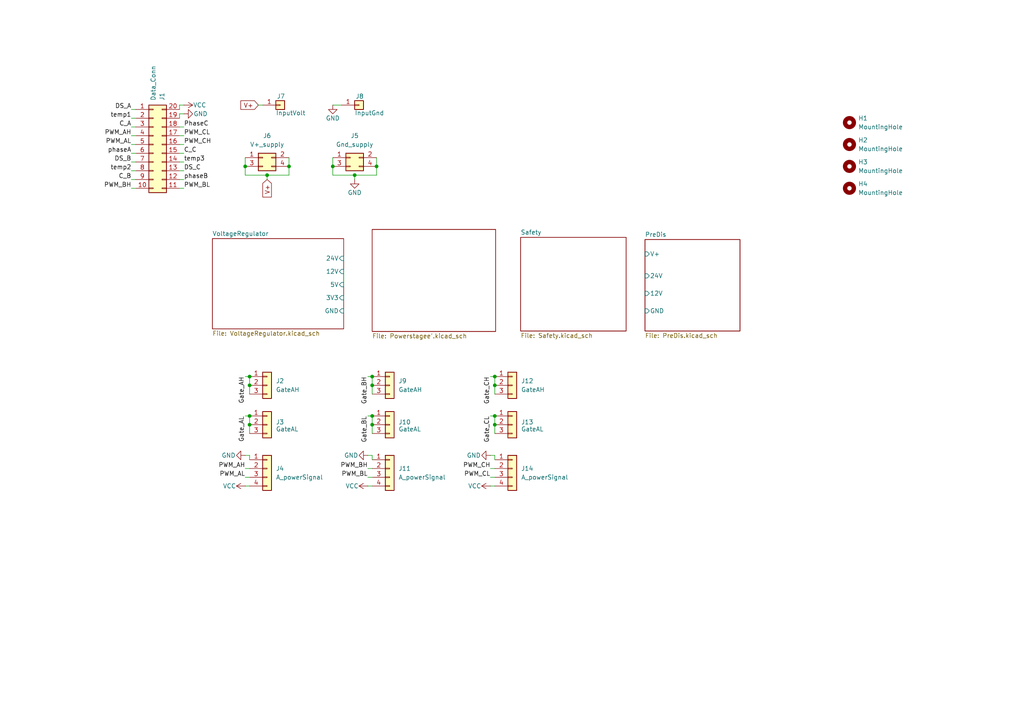
<source format=kicad_sch>
(kicad_sch (version 20250114) (generator "eeschema") (generator_version "9.0")
  (paper "A4")
  (lib_symbols
    (symbol "Connector_Generic:Conn_01x01" (pin_names (offset 1.016) (hide yes))
      (property "Reference" "J" (at 0 2.54 0))
      (property "Value" "Conn_01x01" (at 0 -2.54 0))
      (symbol "Conn_01x01_1_1"
        (rectangle (start -1.27 1.27) (end 1.27 -1.27) (stroke (width 0.254)) (fill (type background)))
        (rectangle (start -1.27 0.127) (end 0 -0.127) (stroke (width 0.1524)))
        (pin passive line (at -5.08 0 0) (length 3.81) (name "Pin_1") (number "1"))
      )
    )
    (symbol "Connector_Generic:Conn_01x03" (pin_names (offset 1.016) (hide yes))
      (property "Reference" "J" (at 0 5.08 0))
      (property "Value" "Conn_01x03" (at 0 -5.08 0))
      (symbol "Conn_01x03_1_1"
        (rectangle (start -1.27 3.81) (end 1.27 -3.81) (stroke (width 0.254)) (fill (type background)))
        (rectangle (start -1.27 2.667) (end 0 2.413) (stroke (width 0.1524)))
        (rectangle (start -1.27 0.127) (end 0 -0.127) (stroke (width 0.1524)))
        (rectangle (start -1.27 -2.413) (end 0 -2.667) (stroke (width 0.1524)))
        (pin passive line (at -5.08 2.54 0) (length 3.81) (name "Pin_1") (number "1"))
        (pin passive line (at -5.08 0 0) (length 3.81) (name "Pin_2") (number "2"))
        (pin passive line (at -5.08 -2.54 0) (length 3.81) (name "Pin_3") (number "3"))
      )
    )
    (symbol "Connector_Generic:Conn_01x04" (pin_names (offset 1.016) (hide yes))
      (property "Reference" "J" (at 0 5.08 0))
      (property "Value" "Conn_01x04" (at 0 -7.62 0))
      (symbol "Conn_01x04_1_1"
        (rectangle (start -1.27 3.81) (end 1.27 -6.35) (stroke (width 0.254)) (fill (type background)))
        (rectangle (start -1.27 2.667) (end 0 2.413) (stroke (width 0.1524)))
        (rectangle (start -1.27 0.127) (end 0 -0.127) (stroke (width 0.1524)))
        (rectangle (start -1.27 -2.413) (end 0 -2.667) (stroke (width 0.1524)))
        (rectangle (start -1.27 -4.953) (end 0 -5.207) (stroke (width 0.1524)))
        (pin passive line (at -5.08 2.54 0) (length 3.81) (name "Pin_1") (number "1"))
        (pin passive line (at -5.08 0 0) (length 3.81) (name "Pin_2") (number "2"))
        (pin passive line (at -5.08 -2.54 0) (length 3.81) (name "Pin_3") (number "3"))
        (pin passive line (at -5.08 -5.08 0) (length 3.81) (name "Pin_4") (number "4"))
      )
    )
    (symbol "Connector_Generic:Conn_02x02_Odd_Even" (pin_names (offset 1.016) (hide yes))
      (property "Reference" "J" (at 1.27 2.54 0))
      (property "Value" "Conn_02x02_Odd_Even" (at 1.27 -5.08 0))
      (symbol "Conn_02x02_Odd_Even_1_1"
        (rectangle (start -1.27 1.27) (end 3.81 -3.81) (stroke (width 0.254)) (fill (type background)))
        (rectangle (start -1.27 0.127) (end 0 -0.127) (stroke (width 0.1524)))
        (rectangle (start -1.27 -2.413) (end 0 -2.667) (stroke (width 0.1524)))
        (rectangle (start 3.81 0.127) (end 2.54 -0.127) (stroke (width 0.1524)))
        (rectangle (start 3.81 -2.413) (end 2.54 -2.667) (stroke (width 0.1524)))
        (pin passive line (at -5.08 0 0) (length 3.81) (name "Pin_1") (number "1"))
        (pin passive line (at -5.08 -2.54 0) (length 3.81) (name "Pin_3") (number "3"))
        (pin passive line (at 7.62 0 180) (length 3.81) (name "Pin_2") (number "2"))
        (pin passive line (at 7.62 -2.54 180) (length 3.81) (name "Pin_4") (number "4"))
      )
    )
    (symbol "Connector_Generic:Conn_02x10_Counter_Clockwise" (pin_names (offset 1.016) (hide yes))
      (property "Reference" "J" (at 1.27 12.7 0))
      (property "Value" "Conn_02x10_Counter_Clockwise" (at 1.27 -15.24 0))
      (symbol "Conn_02x10_Counter_Clockwise_1_1"
        (rectangle (start -1.27 11.43) (end 3.81 -13.97) (stroke (width 0.254)) (fill (type background)))
        (rectangle (start -1.27 10.287) (end 0 10.033) (stroke (width 0.1524)))
        (rectangle (start -1.27 7.747) (end 0 7.493) (stroke (width 0.1524)))
        (rectangle (start -1.27 5.207) (end 0 4.953) (stroke (width 0.1524)))
        (rectangle (start -1.27 2.667) (end 0 2.413) (stroke (width 0.1524)))
        (rectangle (start -1.27 0.127) (end 0 -0.127) (stroke (width 0.1524)))
        (rectangle (start -1.27 -2.413) (end 0 -2.667) (stroke (width 0.1524)))
        (rectangle (start -1.27 -4.953) (end 0 -5.207) (stroke (width 0.1524)))
        (rectangle (start -1.27 -7.493) (end 0 -7.747) (stroke (width 0.1524)))
        (rectangle (start -1.27 -10.033) (end 0 -10.287) (stroke (width 0.1524)))
        (rectangle (start -1.27 -12.573) (end 0 -12.827) (stroke (width 0.1524)))
        (rectangle (start 3.81 10.287) (end 2.54 10.033) (stroke (width 0.1524)))
        (rectangle (start 3.81 7.747) (end 2.54 7.493) (stroke (width 0.1524)))
        (rectangle (start 3.81 5.207) (end 2.54 4.953) (stroke (width 0.1524)))
        (rectangle (start 3.81 2.667) (end 2.54 2.413) (stroke (width 0.1524)))
        (rectangle (start 3.81 0.127) (end 2.54 -0.127) (stroke (width 0.1524)))
        (rectangle (start 3.81 -2.413) (end 2.54 -2.667) (stroke (width 0.1524)))
        (rectangle (start 3.81 -4.953) (end 2.54 -5.207) (stroke (width 0.1524)))
        (rectangle (start 3.81 -7.493) (end 2.54 -7.747) (stroke (width 0.1524)))
        (rectangle (start 3.81 -10.033) (end 2.54 -10.287) (stroke (width 0.1524)))
        (rectangle (start 3.81 -12.573) (end 2.54 -12.827) (stroke (width 0.1524)))
        (pin passive line (at -5.08 10.16 0) (length 3.81) (name "Pin_1") (number "1"))
        (pin passive line (at -5.08 7.62 0) (length 3.81) (name "Pin_2") (number "2"))
        (pin passive line (at -5.08 5.08 0) (length 3.81) (name "Pin_3") (number "3"))
        (pin passive line (at -5.08 2.54 0) (length 3.81) (name "Pin_4") (number "4"))
        (pin passive line (at -5.08 0 0) (length 3.81) (name "Pin_5") (number "5"))
        (pin passive line (at -5.08 -2.54 0) (length 3.81) (name "Pin_6") (number "6"))
        (pin passive line (at -5.08 -5.08 0) (length 3.81) (name "Pin_7") (number "7"))
        (pin passive line (at -5.08 -7.62 0) (length 3.81) (name "Pin_8") (number "8"))
        (pin passive line (at -5.08 -10.16 0) (length 3.81) (name "Pin_9") (number "9"))
        (pin passive line (at -5.08 -12.7 0) (length 3.81) (name "Pin_10") (number "10"))
        (pin passive line (at 7.62 10.16 180) (length 3.81) (name "Pin_20") (number "20"))
        (pin passive line (at 7.62 7.62 180) (length 3.81) (name "Pin_19") (number "19"))
        (pin passive line (at 7.62 5.08 180) (length 3.81) (name "Pin_18") (number "18"))
        (pin passive line (at 7.62 2.54 180) (length 3.81) (name "Pin_17") (number "17"))
        (pin passive line (at 7.62 0 180) (length 3.81) (name "Pin_16") (number "16"))
        (pin passive line (at 7.62 -2.54 180) (length 3.81) (name "Pin_15") (number "15"))
        (pin passive line (at 7.62 -5.08 180) (length 3.81) (name "Pin_14") (number "14"))
        (pin passive line (at 7.62 -7.62 180) (length 3.81) (name "Pin_13") (number "13"))
        (pin passive line (at 7.62 -10.16 180) (length 3.81) (name "Pin_12") (number "12"))
        (pin passive line (at 7.62 -12.7 180) (length 3.81) (name "Pin_11") (number "11"))
      )
    )
    (symbol "Mechanical:MountingHole" (pin_names (offset 1.016)) (exclude_from_sim yes) (in_bom no)
      (property "Reference" "H" (at 0 5.08 0))
      (property "Value" "MountingHole" (at 0 3.175 0))
      (symbol "MountingHole_0_1"
        (circle (center 0 0) (radius 1.27) (stroke (width 1.27)))
      )
    )
    (symbol "power:GND" (power) (pin_numbers (hide yes)) (pin_names (offset 0) (hide yes))
      (property "Value" "GND" (at 0 -3.81 0))
      (symbol "GND_0_1"
        (polyline (pts (xy 0 0) (xy 0 -1.27) (xy 1.27 -1.27) (xy 0 -2.54) (xy -1.27 -1.27) (xy 0 -1.27)))
      )
      (symbol "GND_1_1"
        (pin power_in line (at 0 0 270) (length 0) (name "~") (number "1"))
      )
    )
    (symbol "power:VCC" (power) (pin_numbers (hide yes)) (pin_names (offset 0) (hide yes))
      (property "Value" "VCC" (at 0 3.556 0))
      (symbol "VCC_0_1"
        (polyline (pts (xy -0.762 1.27) (xy 0 2.54)))
        (polyline (pts (xy 0 2.54) (xy 0.762 1.27)))
        (polyline (pts (xy 0 0) (xy 0 2.54)))
      )
      (symbol "VCC_1_1"
        (pin power_in line (at 0 0 90) (length 0) (name "~") (number "1"))
      )
    )
  )
  (junction (at 96.52 48.26))
  (junction (at 107.95 111.76))
  (junction (at 143.51 109.22))
  (junction (at 107.95 120.65))
  (junction (at 77.47 50.8))
  (junction (at 102.87 50.8))
  (junction (at 72.39 123.19))
  (junction (at 107.95 123.19))
  (junction (at 71.12 48.26))
  (junction (at 83.82 48.26))
  (junction (at 143.51 111.76))
  (junction (at 143.51 120.65))
  (junction (at 72.39 120.65))
  (junction (at 143.51 123.19))
  (junction (at 107.95 109.22))
  (junction (at 72.39 111.76))
  (junction (at 72.39 109.22))
  (junction (at 109.22 48.26))
  (wire (pts (xy 96.52 48.26) (xy 96.52 45.72)))
  (wire (pts (xy 53.34 39.37) (xy 52.07 39.37)))
  (wire (pts (xy 71.12 48.26) (xy 71.12 50.8)))
  (wire (pts (xy 143.51 111.76) (xy 143.51 114.3)))
  (wire (pts (xy 53.34 46.99) (xy 52.07 46.99)))
  (wire (pts (xy 52.07 31.75) (xy 52.07 30.48)))
  (wire (pts (xy 71.12 109.22) (xy 72.39 109.22)))
  (wire (pts (xy 53.34 30.48) (xy 52.07 30.48)))
  (wire (pts (xy 143.51 109.22) (xy 143.51 111.76)))
  (wire (pts (xy 72.39 111.76) (xy 72.39 114.3)))
  (wire (pts (xy 107.95 120.65) (xy 107.95 123.19)))
  (wire (pts (xy 102.87 50.8) (xy 96.52 50.8)))
  (wire (pts (xy 39.37 36.83) (xy 38.1 36.83)))
  (wire (pts (xy 106.68 132.08) (xy 107.95 132.08)))
  (wire (pts (xy 143.51 123.19) (xy 143.51 125.73)))
  (wire (pts (xy 71.12 140.97) (xy 72.39 140.97)))
  (wire (pts (xy 39.37 49.53) (xy 38.1 49.53)))
  (wire (pts (xy 71.12 45.72) (xy 71.12 48.26)))
  (wire (pts (xy 71.12 135.89) (xy 72.39 135.89)))
  (wire (pts (xy 39.37 54.61) (xy 38.1 54.61)))
  (wire (pts (xy 109.22 45.72) (xy 109.22 48.26)))
  (wire (pts (xy 39.37 41.91) (xy 38.1 41.91)))
  (wire (pts (xy 142.24 109.22) (xy 143.51 109.22)))
  (wire (pts (xy 39.37 46.99) (xy 38.1 46.99)))
  (wire (pts (xy 53.34 36.83) (xy 52.07 36.83)))
  (wire (pts (xy 143.51 120.65) (xy 143.51 123.19)))
  (wire (pts (xy 106.68 120.65) (xy 107.95 120.65)))
  (wire (pts (xy 71.12 132.08) (xy 72.39 132.08)))
  (wire (pts (xy 53.34 54.61) (xy 52.07 54.61)))
  (wire (pts (xy 71.12 138.43) (xy 72.39 138.43)))
  (wire (pts (xy 53.34 41.91) (xy 52.07 41.91)))
  (wire (pts (xy 53.34 33.02) (xy 52.07 33.02)))
  (wire (pts (xy 53.34 52.07) (xy 52.07 52.07)))
  (wire (pts (xy 72.39 109.22) (xy 72.39 111.76)))
  (wire (pts (xy 142.24 135.89) (xy 143.51 135.89)))
  (wire (pts (xy 72.39 132.08) (xy 72.39 133.35)))
  (wire (pts (xy 99.695 82.55) (xy 99.695 78.74)))
  (wire (pts (xy 71.12 50.8) (xy 77.47 50.8)))
  (wire (pts (xy 142.24 120.65) (xy 143.51 120.65)))
  (wire (pts (xy 53.34 49.53) (xy 52.07 49.53)))
  (wire (pts (xy 77.47 50.8) (xy 83.82 50.8)))
  (wire (pts (xy 39.37 44.45) (xy 38.1 44.45)))
  (wire (pts (xy 53.34 44.45) (xy 52.07 44.45)))
  (wire (pts (xy 39.37 34.29) (xy 38.1 34.29)))
  (wire (pts (xy 142.24 140.97) (xy 143.51 140.97)))
  (wire (pts (xy 106.68 109.22) (xy 107.95 109.22)))
  (wire (pts (xy 106.68 138.43) (xy 107.95 138.43)))
  (wire (pts (xy 77.47 52.07) (xy 77.47 50.8)))
  (wire (pts (xy 71.12 120.65) (xy 72.39 120.65)))
  (wire (pts (xy 109.22 48.26) (xy 109.22 50.8)))
  (wire (pts (xy 74.93 30.48) (xy 76.2 30.48)))
  (wire (pts (xy 107.95 111.76) (xy 107.95 114.3)))
  (wire (pts (xy 142.24 138.43) (xy 143.51 138.43)))
  (wire (pts (xy 107.95 109.22) (xy 107.95 111.76)))
  (wire (pts (xy 83.82 45.72) (xy 83.82 48.26)))
  (wire (pts (xy 142.24 132.08) (xy 143.51 132.08)))
  (wire (pts (xy 107.95 123.19) (xy 107.95 125.73)))
  (wire (pts (xy 102.87 52.07) (xy 102.87 50.8)))
  (wire (pts (xy 39.37 31.75) (xy 38.1 31.75)))
  (wire (pts (xy 109.22 50.8) (xy 102.87 50.8)))
  (wire (pts (xy 96.52 30.48) (xy 99.06 30.48)))
  (wire (pts (xy 107.95 132.08) (xy 107.95 133.35)))
  (wire (pts (xy 39.37 39.37) (xy 38.1 39.37)))
  (wire (pts (xy 106.68 140.97) (xy 107.95 140.97)))
  (wire (pts (xy 96.52 50.8) (xy 96.52 48.26)))
  (wire (pts (xy 52.07 34.29) (xy 52.07 33.02)))
  (wire (pts (xy 72.39 120.65) (xy 72.39 123.19)))
  (wire (pts (xy 39.37 52.07) (xy 38.1 52.07)))
  (wire (pts (xy 83.82 48.26) (xy 83.82 50.8)))
  (wire (pts (xy 143.51 132.08) (xy 143.51 133.35)))
  (wire (pts (xy 106.68 135.89) (xy 107.95 135.89)))
  (wire (pts (xy 72.39 123.19) (xy 72.39 125.73)))
  (label "PWM_AL" (at 71.12 138.43 180))
  (label "PWM_BL" (at 106.68 138.43 180))
  (label "Gate_CH" (at 142.24 109.22 270))
  (label "Gate_BL" (at 106.68 120.65 270))
  (label "Gate_CL" (at 142.24 120.65 270))
  (label "PWM_AH" (at 71.12 135.89 180))
  (label "PWM_BL" (at 53.34 54.61 0))
  (label "PWM_CL" (at 142.24 138.43 180))
  (label "PWM_CH" (at 53.34 41.91 0))
  (label "phaseB" (at 53.34 52.07 0))
  (label "PWM_CH" (at 142.24 135.89 180))
  (label "PWM_BH" (at 106.68 135.89 180))
  (label "C_C" (at 53.34 44.45 0))
  (label "PWM_AH" (at 38.1 39.37 180))
  (label "DS_B" (at 38.1 46.99 180))
  (label "C_B" (at 38.1 52.07 180))
  (label "PWM_AL" (at 38.1 41.91 180))
  (label "temp1" (at 38.1 34.29 180))
  (label "phaseA" (at 38.1 44.45 180))
  (label "Gate_AH" (at 71.12 109.22 270))
  (label "Gate_BH" (at 106.68 109.22 270))
  (label "C_A" (at 38.1 36.83 180))
  (label "PWM_CL" (at 53.34 39.37 0))
  (label "PhaseC" (at 53.34 36.83 0))
  (label "temp3" (at 53.34 46.99 0))
  (label "temp2" (at 38.1 49.53 180))
  (label "Gate_AL" (at 71.12 120.65 270))
  (label "DS_C" (at 53.34 49.53 0))
  (label "PWM_BH" (at 38.1 54.61 180))
  (label "DS_A" (at 38.1 31.75 180))
  (global_label "V+" (shape input) (at 77.47 52.07 270) (property "Intersheetrefs" "${INTERSHEET_REFS}" (effects (hide yes))))
  (global_label "V+" (shape input) (at 74.93 30.48 180) (property "Intersheetrefs" "${INTERSHEET_REFS}" (effects (hide yes))))
  (symbol (lib_id "power:VCC") (at 106.68 140.97 90) (unit 1)
    (property "Reference" "#PWR049" (effects (hide yes)))
    (property "Value" "VCC" (at 102.108 140.97 90))
    (property "Description" "Power symbol creates a global label with name \"VCC\"" (effects (hide yes)))
  )
  (symbol (lib_id "Connector_Generic:Conn_02x02_Odd_Even") (at 101.6 45.72 0) (unit 1)
    (property "Reference" "J5" (at 102.87 39.37 0))
    (property "Value" "Gnd_supply" (at 102.87 41.91 0))
    (property "Footprint" "Connector_PinSocket_2.54mm:PinSocket_2x02_P2.54mm_Vertical_SMD" (effects (hide yes)))
    (property "Description" "Generic connector, double row, 02x02, odd/even pin numbering scheme (row 1 odd numbers, row 2 even numbers), script generated (kicad-library-utils/schlib/autogen/connector/)" (effects (hide yes)))
  )
  (symbol (lib_id "Connector_Generic:Conn_02x10_Counter_Clockwise") (at 44.45 41.91 0) (unit 1)
    (property "Reference" "J1" (at 46.9901 29.21 90) (effects (justify left)))
    (property "Value" "Data_Conn" (at 44.4501 29.21 90) (effects (justify left)))
    (property "Footprint" "Connector_PinSocket_2.54mm:PinSocket_2x10_P2.54mm_Vertical_SMD" (effects (hide yes)))
    (property "Description" "Generic connector, double row, 02x10, counter clockwise pin numbering scheme (similar to DIP package numbering), script generated (kicad-library-utils/schlib/autogen/connector/)" (effects (hide yes)))
  )
  (symbol (lib_id "Connector_Generic:Conn_01x03") (at 113.03 111.76 0) (unit 1)
    (property "Reference" "J9" (at 115.57 110.4899 0) (effects (justify left)))
    (property "Value" "GateAH" (at 115.57 113.0299 0) (effects (justify left)))
    (property "Description" "Generic connector, single row, 01x03, script generated (kicad-library-utils/schlib/autogen/connector/)" (effects (hide yes)))
  )
  (symbol (lib_id "power:VCC") (at 53.34 30.48 270) (unit 1)
    (property "Reference" "#PWR043" (effects (hide yes)))
    (property "Value" "VCC" (at 57.912 30.48 90))
    (property "Description" "Power symbol creates a global label with name \"VCC\"" (effects (hide yes)))
  )
  (symbol (lib_id "power:VCC") (at 142.24 140.97 90) (unit 1)
    (property "Reference" "#PWR051" (effects (hide yes)))
    (property "Value" "VCC" (at 137.668 140.97 90))
    (property "Description" "Power symbol creates a global label with name \"VCC\"" (effects (hide yes)))
  )
  (symbol (lib_id "Connector_Generic:Conn_01x01") (at 81.28 30.48 0) (unit 1)
    (property "Reference" "J7" (at 80.264 27.94 0) (effects (justify left)))
    (property "Value" "InputVolt" (at 80.01 32.766 0) (effects (justify left)))
    (property "Footprint" "Custom:7461383" (effects (hide yes)))
    (property "Description" "Generic connector, single row, 01x01, script generated (kicad-library-utils/schlib/autogen/connector/)" (effects (hide yes)))
  )
  (symbol (lib_id "power:GND") (at 71.12 132.08 270) (unit 1)
    (property "Reference" "#PWR047" (effects (hide yes)))
    (property "Value" "GND" (at 66.294 132.08 90))
    (property "Description" "Power symbol creates a global label with name \"GND\" , ground" (effects (hide yes)))
  )
  (symbol (lib_id "Mechanical:MountingHole") (at 246.38 48.26 0) (unit 1) (exclude_from_sim yes) (in_bom no)
    (property "Reference" "H3" (at 248.92 46.9899 0) (effects (justify left)))
    (property "Value" "MountingHole" (at 248.92 49.5299 0) (effects (justify left)))
    (property "Footprint" "MountingHole:MountingHole_3mm_Pad_Via" (effects (hide yes)))
    (property "Description" "Mounting Hole without connection" (effects (hide yes)))
  )
  (symbol (lib_id "Mechanical:MountingHole") (at 246.38 41.91 0) (unit 1) (exclude_from_sim yes) (in_bom no)
    (property "Reference" "H2" (at 248.92 40.6399 0) (effects (justify left)))
    (property "Value" "MountingHole" (at 248.92 43.1799 0) (effects (justify left)))
    (property "Footprint" "MountingHole:MountingHole_3mm_Pad_Via" (effects (hide yes)))
    (property "Description" "Mounting Hole without connection" (effects (hide yes)))
  )
  (symbol (lib_id "Mechanical:MountingHole") (at 246.38 54.61 0) (unit 1) (exclude_from_sim yes) (in_bom no)
    (property "Reference" "H4" (at 248.92 53.3399 0) (effects (justify left)))
    (property "Value" "MountingHole" (at 248.92 55.8799 0) (effects (justify left)))
    (property "Footprint" "MountingHole:MountingHole_3mm_Pad_Via" (effects (hide yes)))
    (property "Description" "Mounting Hole without connection" (effects (hide yes)))
  )
  (symbol (lib_id "Connector_Generic:Conn_01x01") (at 104.14 30.48 0) (unit 1)
    (property "Reference" "J8" (at 103.124 27.94 0) (effects (justify left)))
    (property "Value" "InputGnd" (at 102.87 32.766 0) (effects (justify left)))
    (property "Footprint" "Custom:7461383" (effects (hide yes)))
    (property "Description" "Generic connector, single row, 01x01, script generated (kicad-library-utils/schlib/autogen/connector/)" (effects (hide yes)))
  )
  (symbol (lib_id "Connector_Generic:Conn_01x03") (at 148.59 123.19 0) (unit 1)
    (property "Reference" "J13" (at 151.13 122.428 0) (effects (justify left)))
    (property "Value" "GateAL" (at 151.13 124.4599 0) (effects (justify left)))
    (property "Description" "Generic connector, single row, 01x03, script generated (kicad-library-utils/schlib/autogen/connector/)" (effects (hide yes)))
  )
  (symbol (lib_id "power:GND") (at 142.24 132.08 270) (unit 1)
    (property "Reference" "#PWR050" (effects (hide yes)))
    (property "Value" "GND" (at 137.414 132.08 90))
    (property "Description" "Power symbol creates a global label with name \"GND\" , ground" (effects (hide yes)))
  )
  (symbol (lib_id "power:GND") (at 106.68 132.08 270) (unit 1)
    (property "Reference" "#PWR048" (effects (hide yes)))
    (property "Value" "GND" (at 101.854 132.08 90))
    (property "Description" "Power symbol creates a global label with name \"GND\" , ground" (effects (hide yes)))
  )
  (symbol (lib_id "Connector_Generic:Conn_02x02_Odd_Even") (at 76.2 45.72 0) (unit 1)
    (property "Reference" "J6" (at 77.47 39.37 0))
    (property "Value" "V+_supply" (at 77.47 41.91 0))
    (property "Footprint" "Connector_PinSocket_2.54mm:PinSocket_2x02_P2.54mm_Vertical_SMD" (effects (hide yes)))
    (property "Description" "Generic connector, double row, 02x02, odd/even pin numbering scheme (row 1 odd numbers, row 2 even numbers), script generated (kicad-library-utils/schlib/autogen/connector/)" (effects (hide yes)))
  )
  (symbol (lib_id "Connector_Generic:Conn_01x04") (at 113.03 135.89 0) (unit 1)
    (property "Reference" "J11" (at 115.57 135.8899 0) (effects (justify left)))
    (property "Value" "A_powerSignal" (at 115.57 138.4299 0) (effects (justify left)))
    (property "Description" "Generic connector, single row, 01x04, script generated (kicad-library-utils/schlib/autogen/connector/)" (effects (hide yes)))
  )
  (symbol (lib_id "Connector_Generic:Conn_01x03") (at 77.47 111.76 0) (unit 1)
    (property "Reference" "J2" (at 80.01 110.4899 0) (effects (justify left)))
    (property "Value" "GateAH" (at 80.01 113.0299 0) (effects (justify left)))
    (property "Description" "Generic connector, single row, 01x03, script generated (kicad-library-utils/schlib/autogen/connector/)" (effects (hide yes)))
  )
  (symbol (lib_id "power:VCC") (at 71.12 140.97 90) (unit 1)
    (property "Reference" "#PWR046" (effects (hide yes)))
    (property "Value" "VCC" (at 66.548 140.97 90))
    (property "Description" "Power symbol creates a global label with name \"VCC\"" (effects (hide yes)))
  )
  (symbol (lib_id "power:GND") (at 53.34 33.02 90) (unit 1)
    (property "Reference" "#PWR044" (effects (hide yes)))
    (property "Value" "GND" (at 58.166 33.02 90))
    (property "Description" "Power symbol creates a global label with name \"GND\" , ground" (effects (hide yes)))
  )
  (symbol (lib_id "Connector_Generic:Conn_01x03") (at 148.59 111.76 0) (unit 1)
    (property "Reference" "J12" (at 151.13 110.4899 0) (effects (justify left)))
    (property "Value" "GateAH" (at 151.13 113.0299 0) (effects (justify left)))
    (property "Description" "Generic connector, single row, 01x03, script generated (kicad-library-utils/schlib/autogen/connector/)" (effects (hide yes)))
  )
  (symbol (lib_id "power:GND") (at 96.52 30.48 0) (unit 1)
    (property "Reference" "#PWR02" (effects (hide yes)))
    (property "Value" "GND" (at 96.52 34.29 0))
    (property "Description" "Power symbol creates a global label with name \"GND\" , ground" (effects (hide yes)))
  )
  (symbol (lib_id "power:GND") (at 102.87 52.07 0) (unit 1)
    (property "Reference" "#PWR01" (effects (hide yes)))
    (property "Value" "GND" (at 102.87 55.88 0))
    (property "Description" "Power symbol creates a global label with name \"GND\" , ground" (effects (hide yes)))
  )
  (symbol (lib_id "Connector_Generic:Conn_01x03") (at 77.47 123.19 0) (unit 1)
    (property "Reference" "J3" (at 80.01 122.428 0) (effects (justify left)))
    (property "Value" "GateAL" (at 80.01 124.4599 0) (effects (justify left)))
    (property "Description" "Generic connector, single row, 01x03, script generated (kicad-library-utils/schlib/autogen/connector/)" (effects (hide yes)))
  )
  (symbol (lib_id "Connector_Generic:Conn_01x03") (at 113.03 123.19 0) (unit 1)
    (property "Reference" "J10" (at 115.57 122.428 0) (effects (justify left)))
    (property "Value" "GateAL" (at 115.57 124.4599 0) (effects (justify left)))
    (property "Description" "Generic connector, single row, 01x03, script generated (kicad-library-utils/schlib/autogen/connector/)" (effects (hide yes)))
  )
  (symbol (lib_id "Connector_Generic:Conn_01x04") (at 77.47 135.89 0) (unit 1)
    (property "Reference" "J4" (at 80.01 135.8899 0) (effects (justify left)))
    (property "Value" "A_powerSignal" (at 80.01 138.4299 0) (effects (justify left)))
    (property "Description" "Generic connector, single row, 01x04, script generated (kicad-library-utils/schlib/autogen/connector/)" (effects (hide yes)))
  )
  (symbol (lib_id "Mechanical:MountingHole") (at 246.38 35.56 0) (unit 1) (exclude_from_sim yes) (in_bom no)
    (property "Reference" "H1" (at 248.92 34.2899 0) (effects (justify left)))
    (property "Value" "MountingHole" (at 248.92 36.8299 0) (effects (justify left)))
    (property "Footprint" "MountingHole:MountingHole_3mm_Pad_Via" (effects (hide yes)))
    (property "Description" "Mounting Hole without connection" (effects (hide yes)))
  )
  (symbol (lib_id "Connector_Generic:Conn_01x04") (at 148.59 135.89 0) (unit 1)
    (property "Reference" "J14" (at 151.13 135.8899 0) (effects (justify left)))
    (property "Value" "A_powerSignal" (at 151.13 138.4299 0) (effects (justify left)))
    (property "Description" "Generic connector, single row, 01x04, script generated (kicad-library-utils/schlib/autogen/connector/)" (effects (hide yes)))
  )
  (sheet (at 61.595 69.215) (size 38.1 26.162) (stroke (width 0.1524))
    (property "Sheetname" "VoltageRegulator" (at 61.595 68.5034 0) (effects (justify left bottom)))
    (property "Sheetfile" "VoltageRegulator.kicad_sch" (at 61.595 95.9616 0) (effects (justify left top)))
    (pin "3V3" input (at 99.695 86.36 0))
    (pin "5V" input (at 99.695 82.55 0))
    (pin "12V" input (at 99.695 78.74 0))
    (pin "24V" input (at 99.695 74.93 0))
    (pin "GND" input (at 99.695 90.17 0))
  )
  (sheet (at 107.95 66.548) (size 35.814 29.591) (stroke (width 0.1524))
    (property "Sheetname" "Powerstagee" (effects (hide yes)))
    (property "Sheetfile" "Powerstagee'.kicad_sch" (at 107.95 96.7236 0) (effects (justify left top)))
  )
  (sheet (at 151.003 68.834) (size 30.607 27.178) (stroke (width 0.1524))
    (property "Sheetname" "Safety" (at 151.003 68.1224 0) (effects (justify left bottom)))
    (property "Sheetfile" "Safety.kicad_sch" (at 151.003 96.5966 0) (effects (justify left top)))
  )
  (sheet (at 187.071 69.469) (size 27.559 26.543) (stroke (width 0.1524))
    (property "Sheetname" "PreDis" (at 187.071 68.7574 0) (effects (justify left bottom)))
    (property "Sheetfile" "PreDis.kicad_sch" (at 187.071 96.5966 0) (effects (justify left top)))
    (pin "12V" input (at 187.071 85.09 180))
    (pin "24V" input (at 187.071 80.01 180))
    (pin "GND" input (at 187.071 90.17 180))
    (pin "V+" input (at 187.071 73.66 180))
  )
)
</source>
